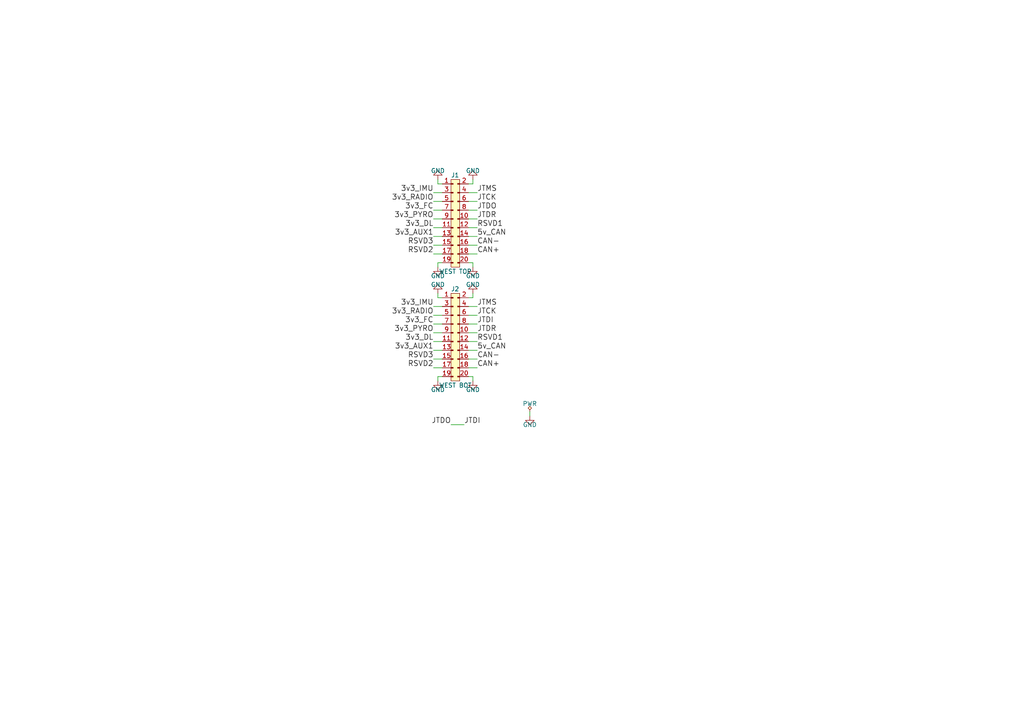
<source format=kicad_sch>
(kicad_sch (version 20230121) (generator eeschema)
  (paper "A4")
  (lib_symbols
    (symbol "Battery-Riser-West-rescue:CONN_02x10" (pin_names (offset 0.0254) hide)
      (property "Reference" "J" (at -2.54 2.54 0))
      (property "Value" "CONN_02x10" (at -2.54 -25.4 0))
      (symbol "CONN_02x10_0_1"
        (rectangle (start -2.54 -22.733) (end -1.905 -22.987) (fill (type outline)))
        (rectangle (start -2.54 -20.193) (end -1.905 -20.447) (fill (type outline)))
        (rectangle (start -2.54 -17.653) (end -1.905 -17.907) (fill (type outline)))
        (rectangle (start -2.54 -15.113) (end -1.905 -15.367) (fill (type outline)))
        (rectangle (start -2.54 -12.573) (end -1.905 -12.827) (fill (type outline)))
        (rectangle (start -2.54 -10.033) (end -1.905 -10.287) (fill (type outline)))
        (rectangle (start -2.54 -7.493) (end -1.905 -7.747) (fill (type outline)))
        (rectangle (start -2.54 -4.953) (end -1.905 -5.207) (fill (type outline)))
        (rectangle (start -2.54 -2.413) (end -1.905 -2.667) (fill (type outline)))
        (rectangle (start -2.54 0.127) (end -1.905 -0.127) (fill (type outline)))
        (rectangle (start 0 -22.733) (end -0.635 -22.987) (fill (type outline)))
        (rectangle (start 0 -20.193) (end -0.635 -20.447) (fill (type outline)))
        (rectangle (start 0 -17.653) (end -0.635 -17.907) (fill (type outline)))
        (rectangle (start 0 -15.113) (end -0.635 -15.367) (fill (type outline)))
        (rectangle (start 0 -12.573) (end -0.635 -12.827) (fill (type outline)))
        (rectangle (start 0 -10.033) (end -0.635 -10.287) (fill (type outline)))
        (rectangle (start 0 -7.493) (end -0.635 -7.747) (fill (type outline)))
        (rectangle (start 0 -4.953) (end -0.635 -5.207) (fill (type outline)))
        (rectangle (start 0 -2.413) (end -0.635 -2.667) (fill (type outline)))
        (rectangle (start 0 0.127) (end -0.635 -0.127) (fill (type outline)))
        (rectangle (start 0 1.27) (end -2.54 -24.13) (fill (type background)))
      )
      (symbol "CONN_02x10_1_1"
        (pin passive line (at -5.08 0 0) (length 2.54) (name "1") (number "1"))
        (pin passive line (at 2.54 -10.16 180) (length 2.54) (name "10") (number "10"))
        (pin passive line (at -5.08 -12.7 0) (length 2.54) (name "11") (number "11"))
        (pin passive line (at 2.54 -12.7 180) (length 2.54) (name "12") (number "12"))
        (pin passive line (at -5.08 -15.24 0) (length 2.54) (name "13") (number "13"))
        (pin passive line (at 2.54 -15.24 180) (length 2.54) (name "14") (number "14"))
        (pin passive line (at -5.08 -17.78 0) (length 2.54) (name "15") (number "15"))
        (pin passive line (at 2.54 -17.78 180) (length 2.54) (name "16") (number "16"))
        (pin passive line (at -5.08 -20.32 0) (length 2.54) (name "17") (number "17"))
        (pin passive line (at 2.54 -20.32 180) (length 2.54) (name "18") (number "18"))
        (pin passive line (at -5.08 -22.86 0) (length 2.54) (name "19") (number "19"))
        (pin passive line (at 2.54 0 180) (length 2.54) (name "2") (number "2"))
        (pin passive line (at 2.54 -22.86 180) (length 2.54) (name "20") (number "20"))
        (pin passive line (at -5.08 -2.54 0) (length 2.54) (name "3") (number "3"))
        (pin passive line (at 2.54 -2.54 180) (length 2.54) (name "4") (number "4"))
        (pin passive line (at -5.08 -5.08 0) (length 2.54) (name "5") (number "5"))
        (pin passive line (at 2.54 -5.08 180) (length 2.54) (name "6") (number "6"))
        (pin passive line (at -5.08 -7.62 0) (length 2.54) (name "7") (number "7"))
        (pin passive line (at 2.54 -7.62 180) (length 2.54) (name "8") (number "8"))
        (pin passive line (at -5.08 -10.16 0) (length 2.54) (name "9") (number "9"))
      )
    )
    (symbol "Battery-Riser-West-rescue:GND" (power) (pin_names (offset 0))
      (property "Value" "GND" (at 0 -3.81 0))
      (symbol "GND_0_1"
        (polyline (pts (xy 0 0) (xy 0 -1.27) (xy 1.27 -1.27) (xy 0 -2.54) (xy -1.27 -1.27) (xy 0 -1.27)))
      )
      (symbol "GND_1_1"
        (pin power_in line (at 0 0 270) (length 0) hide (name "GND") (number "1"))
      )
    )
    (symbol "Battery-Riser-West-rescue:PWR" (power) (pin_numbers hide) (pin_names (offset 1.016) hide)
      (property "Value" "PWR" (at 0 2.286 0))
      (symbol "PWR_0_1"
        (polyline (pts (xy 0 0.508) (xy -0.508 1.016) (xy 0 1.524) (xy 0.508 1.016) (xy 0 0.508)) (fill (type background)))
      )
      (symbol "PWR_1_1"
        (pin power_out line (at 0 0 90) (length 0.508) (name "pwr") (number "1"))
      )
    )
  )
  (wire (pts (xy 135.89 104.14) (xy 138.43 104.14)))
  (wire (pts (xy 128.27 99.06) (xy 125.73 99.06)))
  (wire (pts (xy 128.27 55.88) (xy 125.73 55.88)))
  (wire (pts (xy 128.27 106.68) (xy 125.73 106.68)))
  (wire (pts (xy 135.89 91.44) (xy 138.43 91.44)))
  (wire (pts (xy 127 52.07) (xy 127 53.34)))
  (wire (pts (xy 135.89 68.58) (xy 138.43 68.58)))
  (wire (pts (xy 137.16 53.34) (xy 137.16 52.07)))
  (wire (pts (xy 130.81 123.19) (xy 134.62 123.19)))
  (wire (pts (xy 127 86.36) (xy 128.27 86.36)))
  (wire (pts (xy 125.73 71.12) (xy 128.27 71.12)))
  (wire (pts (xy 135.89 55.88) (xy 138.43 55.88)))
  (wire (pts (xy 135.89 71.12) (xy 138.43 71.12)))
  (wire (pts (xy 135.89 86.36) (xy 137.16 86.36)))
  (wire (pts (xy 128.27 60.96) (xy 125.73 60.96)))
  (wire (pts (xy 127 109.22) (xy 127 110.49)))
  (wire (pts (xy 128.27 68.58) (xy 125.73 68.58)))
  (wire (pts (xy 128.27 101.6) (xy 125.73 101.6)))
  (wire (pts (xy 128.27 63.5) (xy 125.73 63.5)))
  (wire (pts (xy 128.27 58.42) (xy 125.73 58.42)))
  (wire (pts (xy 125.73 104.14) (xy 128.27 104.14)))
  (wire (pts (xy 127 85.09) (xy 127 86.36)))
  (wire (pts (xy 135.89 93.98) (xy 138.43 93.98)))
  (wire (pts (xy 135.89 101.6) (xy 138.43 101.6)))
  (wire (pts (xy 128.27 73.66) (xy 125.73 73.66)))
  (wire (pts (xy 128.27 88.9) (xy 125.73 88.9)))
  (wire (pts (xy 135.89 76.2) (xy 137.16 76.2)))
  (wire (pts (xy 135.89 106.68) (xy 138.43 106.68)))
  (wire (pts (xy 153.67 120.65) (xy 153.67 119.38)))
  (wire (pts (xy 135.89 73.66) (xy 138.43 73.66)))
  (wire (pts (xy 135.89 60.96) (xy 138.43 60.96)))
  (wire (pts (xy 135.89 63.5) (xy 138.43 63.5)))
  (wire (pts (xy 135.89 66.04) (xy 138.43 66.04)))
  (wire (pts (xy 135.89 96.52) (xy 138.43 96.52)))
  (wire (pts (xy 128.27 91.44) (xy 125.73 91.44)))
  (wire (pts (xy 127 53.34) (xy 128.27 53.34)))
  (wire (pts (xy 135.89 58.42) (xy 138.43 58.42)))
  (wire (pts (xy 127 76.2) (xy 127 77.47)))
  (wire (pts (xy 135.89 99.06) (xy 138.43 99.06)))
  (wire (pts (xy 137.16 109.22) (xy 137.16 110.49)))
  (wire (pts (xy 135.89 109.22) (xy 137.16 109.22)))
  (wire (pts (xy 128.27 76.2) (xy 127 76.2)))
  (wire (pts (xy 128.27 109.22) (xy 127 109.22)))
  (wire (pts (xy 128.27 96.52) (xy 125.73 96.52)))
  (wire (pts (xy 135.89 53.34) (xy 137.16 53.34)))
  (wire (pts (xy 135.89 88.9) (xy 138.43 88.9)))
  (wire (pts (xy 128.27 93.98) (xy 125.73 93.98)))
  (wire (pts (xy 137.16 86.36) (xy 137.16 85.09)))
  (wire (pts (xy 137.16 76.2) (xy 137.16 77.47)))
  (wire (pts (xy 128.27 66.04) (xy 125.73 66.04)))
  (label "CAN-" (at 138.43 71.12 0) (effects (font (size 1.524 1.524))))
  (label "JTDR" (at 138.43 63.5 0) (effects (font (size 1.524 1.524))))
  (label "RSVD3" (at 125.73 71.12 180) (effects (font (size 1.524 1.524))))
  (label "CAN+" (at 138.43 73.66 0) (effects (font (size 1.524 1.524))))
  (label "RSVD2" (at 125.73 73.66 180) (effects (font (size 1.524 1.524))))
  (label "3v3_IMU" (at 125.73 55.88 180) (effects (font (size 1.524 1.524))))
  (label "3v3_FC" (at 125.73 93.98 180) (effects (font (size 1.524 1.524))))
  (label "JTCK" (at 138.43 91.44 0) (effects (font (size 1.524 1.524))))
  (label "RSVD1" (at 138.43 66.04 0) (effects (font (size 1.524 1.524))))
  (label "3v3_RADIO" (at 125.73 58.42 180) (effects (font (size 1.524 1.524))))
  (label "CAN-" (at 138.43 104.14 0) (effects (font (size 1.524 1.524))))
  (label "3v3_DL" (at 125.73 99.06 180) (effects (font (size 1.524 1.524))))
  (label "3v3_DL" (at 125.73 66.04 180) (effects (font (size 1.524 1.524))))
  (label "5v_CAN" (at 138.43 101.6 0) (effects (font (size 1.524 1.524))))
  (label "JTCK" (at 138.43 58.42 0) (effects (font (size 1.524 1.524))))
  (label "RSVD2" (at 125.73 106.68 180) (effects (font (size 1.524 1.524))))
  (label "5v_CAN" (at 138.43 68.58 0) (effects (font (size 1.524 1.524))))
  (label "RSVD1" (at 138.43 99.06 0) (effects (font (size 1.524 1.524))))
  (label "3v3_PYRO" (at 125.73 63.5 180) (effects (font (size 1.524 1.524))))
  (label "3v3_FC" (at 125.73 60.96 180) (effects (font (size 1.524 1.524))))
  (label "CAN+" (at 138.43 106.68 0) (effects (font (size 1.524 1.524))))
  (label "JTDO" (at 138.43 60.96 0) (effects (font (size 1.524 1.524))))
  (label "JTMS" (at 138.43 55.88 0) (effects (font (size 1.524 1.524))))
  (label "JTDI" (at 134.62 123.19 0) (effects (font (size 1.524 1.524))))
  (label "RSVD3" (at 125.73 104.14 180) (effects (font (size 1.524 1.524))))
  (label "JTDO" (at 130.81 123.19 180) (effects (font (size 1.524 1.524))))
  (label "3v3_AUX1" (at 125.73 101.6 180) (effects (font (size 1.524 1.524))))
  (label "JTDR" (at 138.43 96.52 0) (effects (font (size 1.524 1.524))))
  (label "3v3_AUX1" (at 125.73 68.58 180) (effects (font (size 1.524 1.524))))
  (label "JTDI" (at 138.43 93.98 0) (effects (font (size 1.524 1.524))))
  (label "JTMS" (at 138.43 88.9 0) (effects (font (size 1.524 1.524))))
  (label "3v3_PYRO" (at 125.73 96.52 180) (effects (font (size 1.524 1.524))))
  (label "3v3_RADIO" (at 125.73 91.44 180) (effects (font (size 1.524 1.524))))
  (label "3v3_IMU" (at 125.73 88.9 180) (effects (font (size 1.524 1.524))))
  (symbol (lib_id "Battery-Riser-West-rescue:GND") (at 153.67 120.65 0) (unit 1)
    (property "Reference" "#PWR017" (effects hide))
    (property "Value" "GND" (at 153.67 123.19 0))
  )
  (symbol (lib_id "Battery-Riser-West-rescue:PWR") (at 153.67 119.38 0) (unit 1)
    (property "Reference" "#FLG018" (effects hide))
    (property "Value" "PWR" (at 153.67 117.094 0))
  )
  (symbol (lib_id "Battery-Riser-West-rescue:GND") (at 137.16 77.47 0) (unit 1)
    (property "Reference" "#PWR01" (effects hide))
    (property "Value" "GND" (at 137.16 80.01 0))
  )
  (symbol (lib_id "Battery-Riser-West-rescue:GND") (at 127 77.47 0) (unit 1)
    (property "Reference" "#PWR02" (effects hide))
    (property "Value" "GND" (at 127 80.01 0))
  )
  (symbol (lib_id "Battery-Riser-West-rescue:GND") (at 127 52.07 180) (unit 1)
    (property "Reference" "#PWR03" (effects hide))
    (property "Value" "GND" (at 127 49.53 0))
  )
  (symbol (lib_id "Battery-Riser-West-rescue:GND") (at 137.16 52.07 180) (unit 1)
    (property "Reference" "#PWR04" (effects hide))
    (property "Value" "GND" (at 137.16 49.53 0))
  )
  (symbol (lib_id "Battery-Riser-West-rescue:GND") (at 137.16 110.49 0) (unit 1)
    (property "Reference" "#PWR09" (effects hide))
    (property "Value" "GND" (at 137.16 113.03 0))
  )
  (symbol (lib_id "Battery-Riser-West-rescue:GND") (at 127 110.49 0) (unit 1)
    (property "Reference" "#PWR010" (effects hide))
    (property "Value" "GND" (at 127 113.03 0))
  )
  (symbol (lib_id "Battery-Riser-West-rescue:GND") (at 127 85.09 180) (unit 1)
    (property "Reference" "#PWR011" (effects hide))
    (property "Value" "GND" (at 127 82.55 0))
  )
  (symbol (lib_id "Battery-Riser-West-rescue:GND") (at 137.16 85.09 180) (unit 1)
    (property "Reference" "#PWR012" (effects hide))
    (property "Value" "GND" (at 137.16 82.55 0))
  )
  (symbol (lib_id "Battery-Riser-West-rescue:CONN_02x10") (at 133.35 53.34 0) (unit 1)
    (property "Reference" "J1" (at 130.81 50.8 0) (effects (justify left)))
    (property "Value" "WEST TOP" (at 132.08 78.74 0))
    (property "Footprint" "agg:TFML-110-01-L-D-RA" (effects hide))
    (property "Samtec" "TFML-110-01-L-D-RA" (effects hide))
  )
  (symbol (lib_id "Battery-Riser-West-rescue:CONN_02x10") (at 133.35 86.36 0) (unit 1)
    (property "Reference" "J2" (at 130.81 83.82 0) (effects (justify left)))
    (property "Value" "WEST BOT" (at 132.08 111.76 0))
    (property "Footprint" "agg:SFM-110-02-L-DH" (effects hide))
    (property "Samtec" "SFM-110-02-L-DH" (effects hide))
  )
)
</source>
